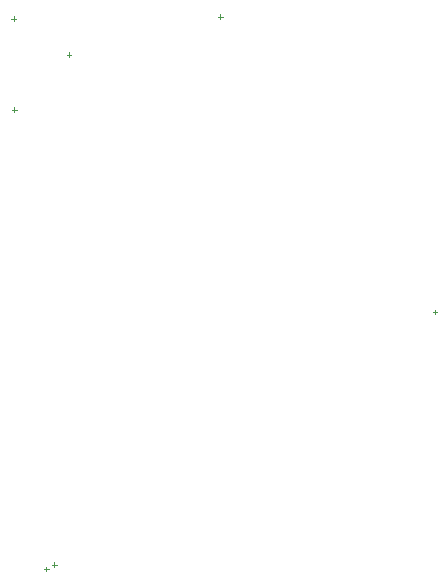
<source format=gm1>
G04 Layer_Color=16711935*
%FSAX25Y25*%
%MOIN*%
G70*
G01*
G75*
%ADD73C,0.00394*%
D73*
X1634613Y1170513D02*
X1636187D01*
X1635400Y1169725D02*
Y1171300D01*
X1563900Y1268113D02*
Y1269687D01*
X1563113Y1268900D02*
X1564687D01*
X1505900Y1084000D02*
Y1085575D01*
X1505113Y1084787D02*
X1506687D01*
X1507713Y1086313D02*
X1509287D01*
X1508500Y1085525D02*
Y1087100D01*
X1494987Y1267413D02*
Y1268987D01*
X1494200Y1268200D02*
X1495775D01*
X1495213Y1237113D02*
Y1238687D01*
X1494425Y1237900D02*
X1496000D01*
X1513400Y1255513D02*
Y1257087D01*
X1512613Y1256300D02*
X1514187D01*
M02*

</source>
